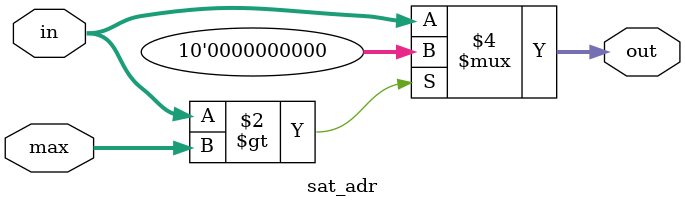
<source format=v>
module shift_adr (
	input [9:0] reference,
	input [9:0] max,
	output [9:0] adr0,
	output [9:0] adr1,
	output [9:0] adr2,
	output [9:0] adr3,
	output [9:0] adr4,
	output [9:0] adr5,
	output [9:0] adr6,
	output [9:0] adr7,
	output [9:0] adr8,
	output [9:0] adr9,
	output [9:0] adr10
);

wire [9:0] adr0_c, adr1_c, adr2_c, adr3_c, adr4_c, adr5_c, adr6_c, adr7_c, adr8_c, adr9_c, adr10_c; 

assign adr0 = adr0_c;
assign adr1 = adr1_c;
assign adr2 = adr2_c;
assign adr3 = adr3_c;
assign adr4 = adr4_c;
assign adr5 = adr5_c;
assign adr6 = adr6_c;
assign adr7 = adr7_c;
assign adr8 = adr8_c;
assign adr9 = adr9_c;
assign adr10 = adr10_c;

sat_adr as0 (reference , max, adr0_c);
sat_adr as1 (reference + 10'd1, max, adr1_c);
sat_adr as2 (reference + 10'd2, max, adr2_c);
sat_adr as3 (reference + 10'd3, max, adr3_c);
sat_adr as4 (reference + 10'd4, max, adr4_c);
sat_adr as5 (reference + 10'd5, max, adr5_c);
sat_adr as6 (reference + 10'd6, max, adr6_c);
sat_adr as7 (reference + 10'd7, max, adr7_c);
sat_adr as8 (reference + 10'd8, max, adr8_c);
sat_adr as9 (reference + 10'd9, max, adr9_c);
sat_adr as10 (reference + 10'd10, max, adr10_c);

endmodule

module sat_adr (
	input [9:0] in,
	input [9:0] max,
	output reg [9:0] out
);

always @(*) begin
	out = in;
	if (in > max) begin
		out = 10'h000;
	end
end

endmodule

</source>
